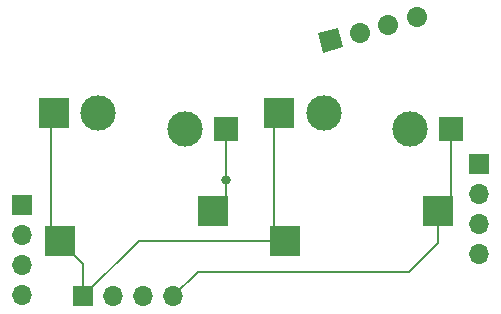
<source format=gbr>
G04 #@! TF.GenerationSoftware,KiCad,Pcbnew,(5.1.4)-1*
G04 #@! TF.CreationDate,2023-09-09T05:31:09-04:00*
G04 #@! TF.ProjectId,ThumbsUp,5468756d-6273-4557-902e-6b696361645f,rev?*
G04 #@! TF.SameCoordinates,Original*
G04 #@! TF.FileFunction,Copper,L2,Bot*
G04 #@! TF.FilePolarity,Positive*
%FSLAX46Y46*%
G04 Gerber Fmt 4.6, Leading zero omitted, Abs format (unit mm)*
G04 Created by KiCad (PCBNEW (5.1.4)-1) date 2023-09-09 05:31:09*
%MOMM*%
%LPD*%
G04 APERTURE LIST*
%ADD10R,2.550000X2.500000*%
%ADD11R,2.000000X2.000000*%
%ADD12C,3.000000*%
%ADD13O,1.700000X1.700000*%
%ADD14R,1.700000X1.700000*%
%ADD15C,1.700000*%
%ADD16C,1.700000*%
%ADD17C,0.100000*%
%ADD18C,0.800000*%
%ADD19C,0.200000*%
G04 APERTURE END LIST*
D10*
X115200000Y-341640061D03*
D11*
X129800000Y-342990061D03*
D12*
X126300000Y-342990061D03*
X119000000Y-341640061D03*
D10*
X115758000Y-352470061D03*
X128685000Y-349930061D03*
X96136046Y-341640061D03*
D11*
X110736046Y-342990061D03*
D12*
X107236046Y-342990061D03*
X99936046Y-341640061D03*
D10*
X96694046Y-352470061D03*
X109621046Y-349930061D03*
D13*
X132181859Y-353578713D03*
X132181859Y-351038713D03*
X132181859Y-348498713D03*
D14*
X132181859Y-345958713D03*
D13*
X93463380Y-357077892D03*
X93463380Y-354537892D03*
X93463380Y-351997892D03*
D14*
X93463380Y-349457892D03*
D15*
X126947136Y-333518390D03*
D16*
X126947136Y-333518390D02*
X126947136Y-333518390D01*
D15*
X124493684Y-334175790D03*
D16*
X124493684Y-334175790D02*
X124493684Y-334175790D01*
D15*
X122040233Y-334833191D03*
D16*
X122040233Y-334833191D02*
X122040233Y-334833191D01*
D15*
X119586781Y-335490591D03*
D17*
G36*
X118545748Y-334889550D02*
G01*
X120187822Y-334449558D01*
X120627814Y-336091632D01*
X118985740Y-336531624D01*
X118545748Y-334889550D01*
X118545748Y-334889550D01*
G37*
D13*
X106290670Y-357174574D03*
X103750670Y-357174574D03*
X101210670Y-357174574D03*
D14*
X98670670Y-357174574D03*
D18*
X110700000Y-347300000D03*
D19*
X126200000Y-355100000D02*
X128685000Y-352615000D01*
X108365244Y-355100000D02*
X126200000Y-355100000D01*
X106290670Y-357174574D02*
X108365244Y-355100000D01*
X128685000Y-352615000D02*
X128685000Y-349930061D01*
X129800000Y-342990061D02*
X129800000Y-348815061D01*
X129800000Y-348815061D02*
X128685000Y-349930061D01*
X110700000Y-347300000D02*
X110700000Y-348851107D01*
X110700000Y-348851107D02*
X109621046Y-349930061D01*
X110700000Y-343026107D02*
X110736046Y-342990061D01*
X110700000Y-347300000D02*
X110700000Y-343026107D01*
X114800000Y-342000000D02*
X115159939Y-341640061D01*
X96136046Y-341763954D02*
X96136046Y-341640061D01*
X115159939Y-341640061D02*
X115200000Y-341640061D01*
X96694046Y-352470061D02*
X96070061Y-352470061D01*
X98670670Y-357174574D02*
X98670670Y-354421685D01*
X98670670Y-354421685D02*
X96719046Y-352470061D01*
X115758000Y-352470061D02*
X114800000Y-352470061D01*
X103375183Y-352470061D02*
X115758000Y-352470061D01*
X98670670Y-357174574D02*
X103375183Y-352470061D01*
X95900000Y-352300000D02*
X95900000Y-342000000D01*
X96070061Y-352470061D02*
X95900000Y-352300000D01*
X96719046Y-352470061D02*
X96694046Y-352470061D01*
X95900000Y-342000000D02*
X96136046Y-341763954D01*
X114800000Y-352470061D02*
X114800000Y-342000000D01*
M02*

</source>
